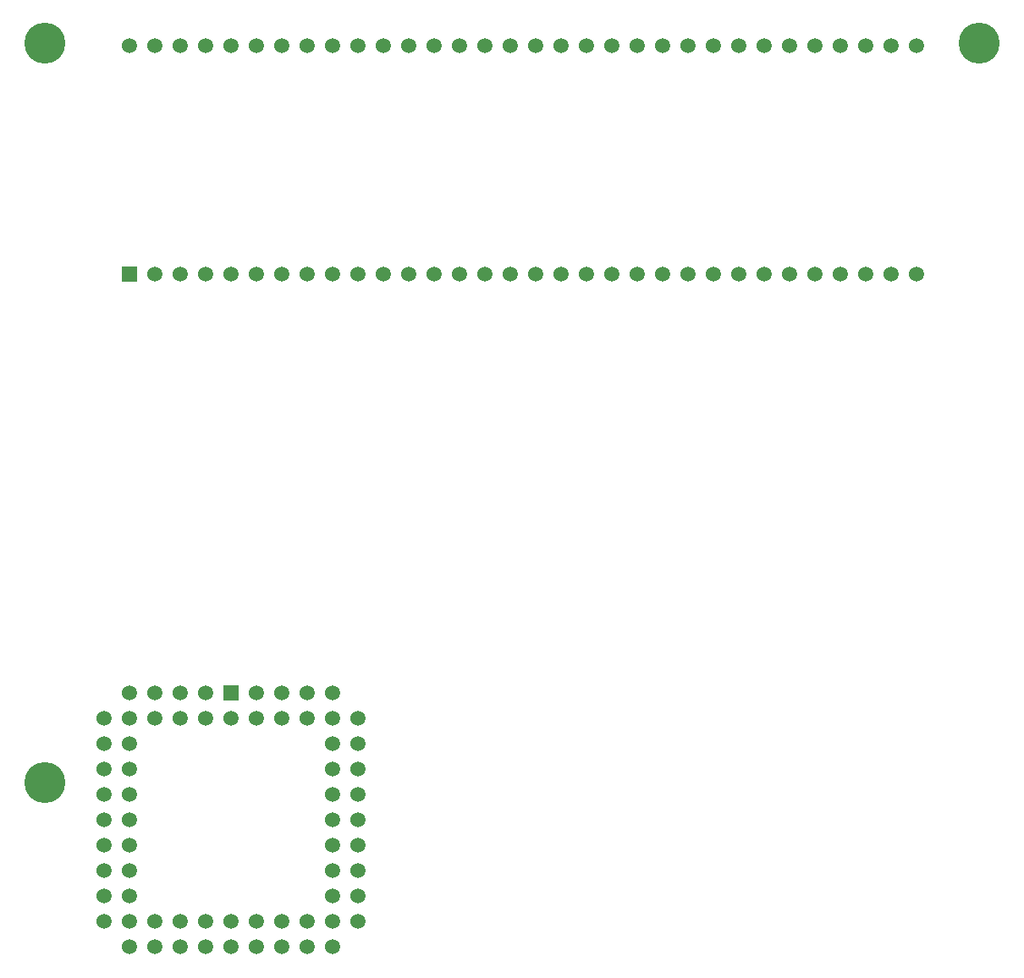
<source format=gbr>
%TF.GenerationSoftware,KiCad,Pcbnew,(5.1.6)-1*%
%TF.CreationDate,2020-11-29T15:27:34+00:00*%
%TF.ProjectId,A600 68k PLCC to DIP64,41363030-2036-4386-9b20-504c43432074,1*%
%TF.SameCoordinates,Original*%
%TF.FileFunction,Soldermask,Bot*%
%TF.FilePolarity,Negative*%
%FSLAX46Y46*%
G04 Gerber Fmt 4.6, Leading zero omitted, Abs format (unit mm)*
G04 Created by KiCad (PCBNEW (5.1.6)-1) date 2020-11-29 15:27:34*
%MOMM*%
%LPD*%
G01*
G04 APERTURE LIST*
%ADD10C,1.522400*%
%ADD11R,1.522400X1.522400*%
%ADD12C,0.800000*%
%ADD13C,4.100000*%
G04 APERTURE END LIST*
D10*
%TO.C,U2*%
X119380000Y-46990000D03*
X198120000Y-69850000D03*
X121920000Y-46990000D03*
X195580000Y-69850000D03*
X124460000Y-46990000D03*
X193040000Y-69850000D03*
X127000000Y-46990000D03*
X190500000Y-69850000D03*
X129540000Y-46990000D03*
X187960000Y-69850000D03*
X132080000Y-46990000D03*
X185420000Y-69850000D03*
X134620000Y-46990000D03*
X182880000Y-69850000D03*
X137160000Y-46990000D03*
X180340000Y-69850000D03*
X139700000Y-46990000D03*
X177800000Y-69850000D03*
X142240000Y-46990000D03*
X175260000Y-69850000D03*
X144780000Y-46990000D03*
X172720000Y-69850000D03*
X147320000Y-46990000D03*
X170180000Y-69850000D03*
X149860000Y-46990000D03*
X167640000Y-69850000D03*
X152400000Y-46990000D03*
X165100000Y-69850000D03*
X154940000Y-46990000D03*
X162560000Y-69850000D03*
X157480000Y-46990000D03*
X160020000Y-69850000D03*
X160020000Y-46990000D03*
X157480000Y-69850000D03*
X162560000Y-46990000D03*
X154940000Y-69850000D03*
X165100000Y-46990000D03*
X152400000Y-69850000D03*
X167640000Y-46990000D03*
X149860000Y-69850000D03*
X170180000Y-46990000D03*
X147320000Y-69850000D03*
X172720000Y-46990000D03*
X144780000Y-69850000D03*
X175260000Y-46990000D03*
X142240000Y-69850000D03*
X177800000Y-46990000D03*
X139700000Y-69850000D03*
X180340000Y-46990000D03*
X137160000Y-69850000D03*
X182880000Y-46990000D03*
X134620000Y-69850000D03*
X185420000Y-46990000D03*
X132080000Y-69850000D03*
X187960000Y-46990000D03*
X129540000Y-69850000D03*
X190500000Y-46990000D03*
X127000000Y-69850000D03*
X193040000Y-46990000D03*
X124460000Y-69850000D03*
X195580000Y-46990000D03*
X121920000Y-69850000D03*
X198120000Y-46990000D03*
D11*
X119380000Y-69850000D03*
%TD*%
D12*
%TO.C,H3*%
X203319000Y-45669000D03*
X202880000Y-46730000D03*
X203319000Y-47791000D03*
X204380000Y-48230000D03*
X205441000Y-47791000D03*
X205880000Y-46730000D03*
X205441000Y-45669000D03*
X204380000Y-45230000D03*
D13*
X204380000Y-46730000D03*
%TD*%
%TO.C,H2*%
X110880000Y-46730000D03*
D12*
X112380000Y-46730000D03*
X111941000Y-47791000D03*
X110880000Y-48230000D03*
X109819000Y-47791000D03*
X109380000Y-46730000D03*
X109819000Y-45669000D03*
X110880000Y-45230000D03*
X111941000Y-45669000D03*
%TD*%
D13*
%TO.C,H1*%
X110880000Y-120730000D03*
D12*
X112380000Y-120730000D03*
X111941000Y-121791000D03*
X110880000Y-122230000D03*
X109819000Y-121791000D03*
X109380000Y-120730000D03*
X109819000Y-119669000D03*
X110880000Y-119230000D03*
X111941000Y-119669000D03*
%TD*%
D10*
%TO.C,U1*%
X142240000Y-114300000D03*
X142240000Y-116840000D03*
X142240000Y-119380000D03*
X142240000Y-121920000D03*
X142240000Y-124460000D03*
X142240000Y-127000000D03*
X142240000Y-129540000D03*
X142240000Y-132080000D03*
X139700000Y-111760000D03*
X139700000Y-114300000D03*
X139700000Y-116840000D03*
X139700000Y-119380000D03*
X139700000Y-121920000D03*
X139700000Y-124460000D03*
X139700000Y-127000000D03*
X139700000Y-129540000D03*
X139700000Y-132080000D03*
X139700000Y-137160000D03*
X137160000Y-137160000D03*
X134620000Y-137160000D03*
X132080000Y-137160000D03*
X129540000Y-137160000D03*
X127000000Y-137160000D03*
X124460000Y-137160000D03*
X121920000Y-137160000D03*
X119380000Y-137160000D03*
X142240000Y-134620000D03*
X139700000Y-134620000D03*
X137160000Y-134620000D03*
X134620000Y-134620000D03*
X132080000Y-134620000D03*
X129540000Y-134620000D03*
X127000000Y-134620000D03*
X124460000Y-134620000D03*
X121920000Y-134620000D03*
X116840000Y-134620000D03*
X116840000Y-132080000D03*
X116840000Y-129540000D03*
X116840000Y-127000000D03*
X116840000Y-124460000D03*
X116840000Y-121920000D03*
X116840000Y-119380000D03*
X116840000Y-116840000D03*
X116840000Y-114300000D03*
X119380000Y-134620000D03*
X119380000Y-132080000D03*
X119380000Y-129540000D03*
X119380000Y-127000000D03*
X119380000Y-124460000D03*
X119380000Y-121920000D03*
X119380000Y-119380000D03*
X119380000Y-116840000D03*
X137160000Y-111760000D03*
X134620000Y-111760000D03*
X132080000Y-111760000D03*
X119380000Y-111760000D03*
X121920000Y-111760000D03*
X124460000Y-111760000D03*
X127000000Y-111760000D03*
D11*
X129540000Y-111760000D03*
D10*
X137160000Y-114300000D03*
X134620000Y-114300000D03*
X132080000Y-114300000D03*
X129540000Y-114300000D03*
X119380000Y-114300000D03*
X121920000Y-114300000D03*
X124460000Y-114300000D03*
X127000000Y-114300000D03*
%TD*%
M02*

</source>
